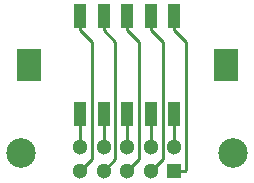
<source format=gbr>
G04 #@! TF.FileFunction,Copper,L2,Bot,Signal*
%FSLAX46Y46*%
G04 Gerber Fmt 4.6, Leading zero omitted, Abs format (unit mm)*
G04 Created by KiCad (PCBNEW no-vcs-found-product) date Tue 03 May 2016 10:22:41 PM EEST*
%MOMM*%
G01*
G04 APERTURE LIST*
%ADD10C,0.100000*%
%ADD11R,2.000000X2.800000*%
%ADD12R,1.100000X2.000000*%
%ADD13R,1.300000X1.300000*%
%ADD14C,1.300000*%
%ADD15C,2.500000*%
%ADD16C,0.250000*%
G04 APERTURE END LIST*
D10*
D11*
X156850000Y-113500000D03*
X140150000Y-113500000D03*
D12*
X148500000Y-117650000D03*
X150500000Y-117650000D03*
X152500000Y-117650000D03*
X152500000Y-109350000D03*
X150500000Y-109350000D03*
X148500000Y-109350000D03*
X146500000Y-109350000D03*
X144500000Y-109350000D03*
X146500000Y-117650000D03*
X144500000Y-117650000D03*
D13*
X152500000Y-122500000D03*
D14*
X152500000Y-120500000D03*
X150500000Y-122500000D03*
X150500000Y-120500000D03*
X148500000Y-122500000D03*
X148500000Y-120500000D03*
X146500000Y-122500000D03*
X146500000Y-120500000D03*
X144500000Y-122500000D03*
X144500000Y-120500000D03*
D15*
X157500000Y-121000000D03*
X139500000Y-121000000D03*
D16*
X146500000Y-122500000D02*
X147500000Y-121500000D01*
X147500000Y-121500000D02*
X147500000Y-111600000D01*
X147500000Y-111600000D02*
X146500000Y-110600000D01*
X146500000Y-110600000D02*
X146500000Y-109350000D01*
X148500000Y-120500000D02*
X148500000Y-117650000D01*
X148500000Y-122500000D02*
X149500000Y-121500000D01*
X149500000Y-121500000D02*
X149500000Y-111600000D01*
X149500000Y-111600000D02*
X148500000Y-110600000D01*
X148500000Y-110600000D02*
X148500000Y-109350000D01*
X152500000Y-122500000D02*
X153400000Y-122500000D01*
X153400000Y-122500000D02*
X153500000Y-122400000D01*
X153500000Y-122400000D02*
X153500000Y-111600000D01*
X153500000Y-111600000D02*
X152500000Y-110600000D01*
X152500000Y-110600000D02*
X152500000Y-109350000D01*
X150500000Y-122500000D02*
X151500000Y-121500000D01*
X151500000Y-121500000D02*
X151500000Y-111600000D01*
X151500000Y-111600000D02*
X150500000Y-110600000D01*
X150500000Y-110600000D02*
X150500000Y-109350000D01*
X152500000Y-120500000D02*
X152500000Y-117650000D01*
X150500000Y-120500000D02*
X150500000Y-117650000D01*
X146500000Y-120500000D02*
X146500000Y-117650000D01*
X144500000Y-122500000D02*
X145500000Y-121500000D01*
X145500000Y-121500000D02*
X145500000Y-111600000D01*
X145500000Y-111600000D02*
X144500000Y-110600000D01*
X144500000Y-110600000D02*
X144500000Y-109350000D01*
X144500000Y-120500000D02*
X144500000Y-117650000D01*
M02*

</source>
